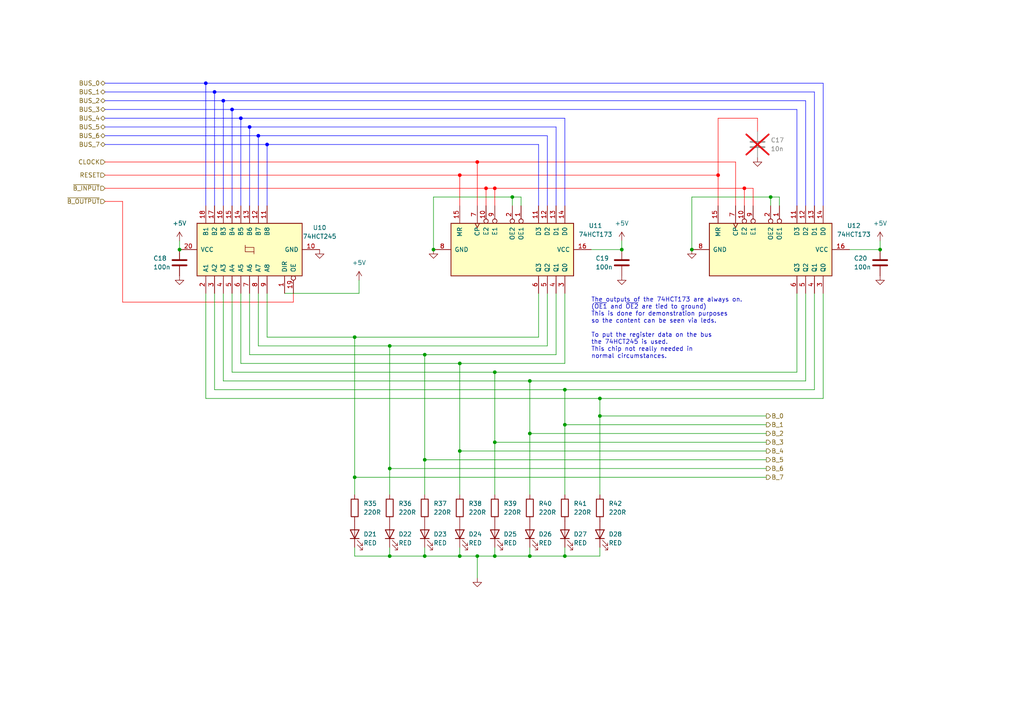
<source format=kicad_sch>
(kicad_sch (version 20230121) (generator eeschema)
  (paper "A4")
  (title_block (title "8-bit CPU") (date "2023-11-28") (rev "1.0") (company "TBR Designs"))
  (lib_symbols
    (symbol "01_my_library:74HCT245" (pin_names (offset 1.016))
      (property "Reference" "U" (at -7.62 16.51 0))
      (property "Value" "74HCT245" (at -7.62 -17.78 0))
      (symbol "74HCT245_1_0"
        (polyline (pts (xy -0.635 -1.27) (xy -0.635 1.27) (xy 0.635 1.27)))
        (polyline (pts (xy -1.27 -1.27) (xy 0.635 -1.27) (xy 0.635 1.27) (xy 1.27 1.27)))
        (pin input line (at -12.7 -10.16 0) (length 5.08) (name "DIR") (number "1"))
        (pin power_in line (at 0 -20.32 90) (length 5.08) (name "GND") (number "10"))
        (pin tri_state line (at 12.7 -5.08 180) (length 5.08) (name "B8") (number "11"))
        (pin tri_state line (at 12.7 -2.54 180) (length 5.08) (name "B7") (number "12"))
        (pin tri_state line (at 12.7 0 180) (length 5.08) (name "B6") (number "13"))
        (pin tri_state line (at 12.7 2.54 180) (length 5.08) (name "B5") (number "14"))
        (pin tri_state line (at 12.7 5.08 180) (length 5.08) (name "B4") (number "15"))
        (pin tri_state line (at 12.7 7.62 180) (length 5.08) (name "B3") (number "16"))
        (pin tri_state line (at 12.7 10.16 180) (length 5.08) (name "B2") (number "17"))
        (pin tri_state line (at 12.7 12.7 180) (length 5.08) (name "B1") (number "18"))
        (pin input inverted (at -12.7 -12.7 0) (length 5.08) (name "OE") (number "19"))
        (pin tri_state line (at -12.7 12.7 0) (length 5.08) (name "A1") (number "2"))
        (pin power_in line (at 0 20.32 270) (length 5.08) (name "VCC") (number "20"))
        (pin tri_state line (at -12.7 10.16 0) (length 5.08) (name "A2") (number "3"))
        (pin tri_state line (at -12.7 7.62 0) (length 5.08) (name "A3") (number "4"))
        (pin tri_state line (at -12.7 5.08 0) (length 5.08) (name "A4") (number "5"))
        (pin tri_state line (at -12.7 2.54 0) (length 5.08) (name "A5") (number "6"))
        (pin tri_state line (at -12.7 0 0) (length 5.08) (name "A6") (number "7"))
        (pin tri_state line (at -12.7 -2.54 0) (length 5.08) (name "A7") (number "8"))
        (pin tri_state line (at -12.7 -5.08 0) (length 5.08) (name "A8") (number "9"))
      )
      (symbol "74HCT245_1_1"
        (rectangle (start -7.62 15.24) (end 7.62 -15.24) (stroke (width 0.254)) (fill (type background)))
      )
    )
    (symbol "74xx:74LS173" (pin_names (offset 1.016))
      (property "Reference" "U" (at -7.62 19.05 0))
      (property "Value" "74LS173" (at -7.62 -19.05 0))
      (symbol "74LS173_1_0"
        (pin input inverted (at -12.7 2.54 0) (length 5.08) (name "OE1") (number "1"))
        (pin input inverted (at -12.7 -7.62 0) (length 5.08) (name "E2") (number "10"))
        (pin input line (at -12.7 7.62 0) (length 5.08) (name "D3") (number "11"))
        (pin input line (at -12.7 10.16 0) (length 5.08) (name "D2") (number "12"))
        (pin input line (at -12.7 12.7 0) (length 5.08) (name "D1") (number "13"))
        (pin input line (at -12.7 15.24 0) (length 5.08) (name "D0") (number "14"))
        (pin input line (at -12.7 -15.24 0) (length 5.08) (name "MR") (number "15"))
        (pin power_in line (at 0 22.86 270) (length 5.08) (name "VCC") (number "16"))
        (pin input inverted (at -12.7 0 0) (length 5.08) (name "OE2") (number "2"))
        (pin tri_state line (at 12.7 15.24 180) (length 5.08) (name "Q0") (number "3"))
        (pin tri_state line (at 12.7 12.7 180) (length 5.08) (name "Q1") (number "4"))
        (pin tri_state line (at 12.7 10.16 180) (length 5.08) (name "Q2") (number "5"))
        (pin tri_state line (at 12.7 7.62 180) (length 5.08) (name "Q3") (number "6"))
        (pin input clock (at -12.7 -10.16 0) (length 5.08) (name "CP") (number "7"))
        (pin power_in line (at 0 -22.86 90) (length 5.08) (name "GND") (number "8"))
        (pin input inverted (at -12.7 -5.08 0) (length 5.08) (name "E1") (number "9"))
      )
      (symbol "74LS173_1_1"
        (rectangle (start -7.62 17.78) (end 7.62 -17.78) (stroke (width 0.254)) (fill (type background)))
      )
    )
    (symbol "Device:C" (pin_numbers hide) (pin_names (offset 0.254))
      (property "Reference" "C" (at 0.635 2.54 0))
      (property "Value" "C" (at 0.635 -2.54 0))
      (symbol "C_0_1"
        (polyline (pts (xy -2.032 -0.762) (xy 2.032 -0.762)) (stroke (width 0.508)))
        (polyline (pts (xy -2.032 0.762) (xy 2.032 0.762)) (stroke (width 0.508)))
      )
      (symbol "C_1_1"
        (pin passive line (at 0 3.81 270) (length 2.794) (name "~") (number "1"))
        (pin passive line (at 0 -3.81 90) (length 2.794) (name "~") (number "2"))
      )
    )
    (symbol "Device:LED" (pin_numbers hide) (pin_names (offset 1.016) hide)
      (property "Reference" "D" (at 0 2.54 0))
      (property "Value" "LED" (at 0 -2.54 0))
      (symbol "LED_0_1"
        (polyline (pts (xy -1.27 -1.27) (xy -1.27 1.27)) (stroke (width 0.254)))
        (polyline (pts (xy -1.27 0) (xy 1.27 0)))
        (polyline (pts (xy 1.27 -1.27) (xy 1.27 1.27) (xy -1.27 0) (xy 1.27 -1.27)) (stroke (width 0.254)))
        (polyline (pts (xy -3.048 -0.762) (xy -4.572 -2.286) (xy -3.81 -2.286) (xy -4.572 -2.286) (xy -4.572 -1.524)))
        (polyline (pts (xy -1.778 -0.762) (xy -3.302 -2.286) (xy -2.54 -2.286) (xy -3.302 -2.286) (xy -3.302 -1.524)))
      )
      (symbol "LED_1_1"
        (pin passive line (at -3.81 0 0) (length 2.54) (name "K") (number "1"))
        (pin passive line (at 3.81 0 180) (length 2.54) (name "A") (number "2"))
      )
    )
    (symbol "Device:R" (pin_numbers hide) (pin_names (offset 0))
      (property "Reference" "R" (at 2.032 0 90))
      (property "Value" "R" (at 0 0 90))
      (symbol "R_0_1"
        (rectangle (start -1.016 -2.54) (end 1.016 2.54) (stroke (width 0.254)))
      )
      (symbol "R_1_1"
        (pin passive line (at 0 3.81 270) (length 1.27) (name "~") (number "1"))
        (pin passive line (at 0 -3.81 90) (length 1.27) (name "~") (number "2"))
      )
    )
    (symbol "power:+5V" (power) (pin_names (offset 0))
      (property "Value" "+5V" (at 0 3.556 0))
      (symbol "+5V_0_1"
        (polyline (pts (xy -0.762 1.27) (xy 0 2.54)))
        (polyline (pts (xy 0 0) (xy 0 2.54)))
        (polyline (pts (xy 0 2.54) (xy 0.762 1.27)))
      )
      (symbol "+5V_1_1"
        (pin power_in line (at 0 0 90) (length 0) hide (name "+5V") (number "1"))
      )
    )
    (symbol "power:GND" (power) (pin_names (offset 0))
      (property "Value" "GND" (at 0 -3.81 0))
      (symbol "GND_0_1"
        (polyline (pts (xy 0 0) (xy 0 -1.27) (xy 1.27 -1.27) (xy 0 -2.54) (xy -1.27 -1.27) (xy 0 -1.27)))
      )
      (symbol "GND_1_1"
        (pin power_in line (at 0 0 270) (length 0) hide (name "GND") (number "1"))
      )
    )
  )
  (junction (at 113.03 135.89))
  (junction (at 173.99 120.65))
  (junction (at 173.99 115.57))
  (junction (at 123.19 133.35))
  (junction (at 223.52 57.15))
  (junction (at 133.35 50.8) (color 255 0 0 1))
  (junction (at 140.97 54.61) (color 255 0 0 1))
  (junction (at 138.43 161.29))
  (junction (at 69.85 34.29) (color 0 0 255 1))
  (junction (at 215.9 54.61) (color 255 0 0 1))
  (junction (at 143.51 54.61) (color 255 0 0 1))
  (junction (at 163.83 161.29))
  (junction (at 133.35 161.29))
  (junction (at 123.19 102.87))
  (junction (at 163.83 113.03))
  (junction (at 62.23 26.67) (color 0 0 255 1))
  (junction (at 59.69 24.13) (color 0 0 255 1))
  (junction (at 67.31 31.75) (color 0 0 255 1))
  (junction (at 153.67 110.49))
  (junction (at 125.73 72.39))
  (junction (at 123.19 161.29))
  (junction (at 163.83 123.19))
  (junction (at 208.28 50.8) (color 255 0 0 1))
  (junction (at 180.34 72.39))
  (junction (at 133.35 130.81))
  (junction (at 64.77 29.21) (color 0 0 255 1))
  (junction (at 113.03 161.29))
  (junction (at 153.67 125.73))
  (junction (at 200.66 72.39))
  (junction (at 148.59 57.15))
  (junction (at 143.51 128.27))
  (junction (at 143.51 161.29))
  (junction (at 102.87 97.79))
  (junction (at 52.07 72.39))
  (junction (at 138.43 46.99) (color 255 0 0 1))
  (junction (at 72.39 36.83) (color 0 0 255 1))
  (junction (at 77.47 41.91) (color 0 0 255 1))
  (junction (at 102.87 138.43))
  (junction (at 74.93 39.37) (color 0 0 255 1))
  (junction (at 255.27 72.39))
  (junction (at 113.03 100.33))
  (junction (at 133.35 105.41))
  (junction (at 143.51 107.95))
  (junction (at 153.67 161.29))
  (wire (pts (xy 173.99 120.65) (xy 173.99 143.51)))
  (wire (pts (xy 143.51 161.29) (xy 153.67 161.29)))
  (wire (pts (xy 148.59 57.15) (xy 125.73 57.15)))
  (wire (pts (xy 223.52 59.69) (xy 223.52 57.15)))
  (wire (pts (xy 200.66 57.15) (xy 200.66 72.39)))
  (wire (pts (xy 236.22 59.69) (xy 236.22 26.67)) (stroke (width 0) (color 0 0 255 1)))
  (wire (pts (xy 102.87 97.79) (xy 102.87 138.43)))
  (wire (pts (xy 77.47 97.79) (xy 102.87 97.79)))
  (wire (pts (xy 208.28 50.8) (xy 133.35 50.8)) (stroke (width 0) (color 255 0 0 1)))
  (wire (pts (xy 123.19 133.35) (xy 123.19 143.51)))
  (wire (pts (xy 59.69 24.13) (xy 59.69 59.69)) (stroke (width 0) (color 0 0 255 1)))
  (wire (pts (xy 163.83 123.19) (xy 222.25 123.19)))
  (wire (pts (xy 59.69 115.57) (xy 173.99 115.57)))
  (wire (pts (xy 223.52 57.15) (xy 200.66 57.15)))
  (wire (pts (xy 226.06 59.69) (xy 226.06 57.15)))
  (wire (pts (xy 133.35 105.41) (xy 133.35 130.81)))
  (wire (pts (xy 163.83 161.29) (xy 173.99 161.29)))
  (wire (pts (xy 30.48 39.37) (xy 74.93 39.37)) (stroke (width 0) (color 0 0 255 1)))
  (wire (pts (xy 236.22 26.67) (xy 62.23 26.67)) (stroke (width 0) (color 0 0 255 1)))
  (wire (pts (xy 30.48 46.99) (xy 138.43 46.99)) (stroke (width 0) (color 255 0 0 1)))
  (wire (pts (xy 140.97 54.61) (xy 30.48 54.61)) (stroke (width 0) (color 255 0 0 1)))
  (wire (pts (xy 173.99 161.29) (xy 173.99 158.75)))
  (wire (pts (xy 143.51 161.29) (xy 143.51 158.75)))
  (wire (pts (xy 74.93 85.09) (xy 74.93 100.33)))
  (wire (pts (xy 153.67 110.49) (xy 233.68 110.49)))
  (wire (pts (xy 171.45 72.39) (xy 180.34 72.39)))
  (wire (pts (xy 30.48 36.83) (xy 72.39 36.83)) (stroke (width 0) (color 0 0 255 1)))
  (wire (pts (xy 231.14 59.69) (xy 231.14 31.75)) (stroke (width 0) (color 0 0 255 1)))
  (wire (pts (xy 231.14 31.75) (xy 67.31 31.75)) (stroke (width 0) (color 0 0 255 1)))
  (wire (pts (xy 30.48 29.21) (xy 64.77 29.21)) (stroke (width 0) (color 0 0 255 1)))
  (wire (pts (xy 138.43 46.99) (xy 138.43 59.69)) (stroke (width 0) (color 255 0 0 1)))
  (wire (pts (xy 158.75 100.33) (xy 158.75 85.09)))
  (wire (pts (xy 72.39 36.83) (xy 72.39 59.69)) (stroke (width 0) (color 0 0 255 1)))
  (wire (pts (xy 213.36 59.69) (xy 213.36 46.99)) (stroke (width 0) (color 255 0 0 1)))
  (wire (pts (xy 213.36 46.99) (xy 138.43 46.99)) (stroke (width 0) (color 255 0 0 1)))
  (wire (pts (xy 156.21 59.69) (xy 156.21 41.91)) (stroke (width 0) (color 0 0 255 1)))
  (wire (pts (xy 35.56 87.63) (xy 85.09 87.63)) (stroke (width 0) (color 255 0 0 1)))
  (wire (pts (xy 113.03 161.29) (xy 113.03 158.75)))
  (wire (pts (xy 113.03 135.89) (xy 113.03 143.51)))
  (wire (pts (xy 143.51 59.69) (xy 143.51 54.61)) (stroke (width 0) (color 255 0 0 1)))
  (wire (pts (xy 74.93 100.33) (xy 113.03 100.33)))
  (wire (pts (xy 208.28 59.69) (xy 208.28 50.8)) (stroke (width 0) (color 255 0 0 1)))
  (wire (pts (xy 30.48 31.75) (xy 67.31 31.75)) (stroke (width 0) (color 0 0 255 1)))
  (wire (pts (xy 161.29 36.83) (xy 72.39 36.83)) (stroke (width 0) (color 0 0 255 1)))
  (wire (pts (xy 62.23 113.03) (xy 163.83 113.03)))
  (wire (pts (xy 133.35 130.81) (xy 133.35 143.51)))
  (wire (pts (xy 140.97 59.69) (xy 140.97 54.61)) (stroke (width 0) (color 255 0 0 1)))
  (wire (pts (xy 153.67 161.29) (xy 153.67 158.75)))
  (wire (pts (xy 138.43 167.64) (xy 138.43 161.29)))
  (wire (pts (xy 208.28 34.29) (xy 219.71 34.29)) (stroke (width 0) (color 255 0 0 1)))
  (wire (pts (xy 218.44 54.61) (xy 215.9 54.61)) (stroke (width 0) (color 255 0 0 1)))
  (wire (pts (xy 102.87 161.29) (xy 102.87 158.75)))
  (wire (pts (xy 74.93 39.37) (xy 74.93 59.69)) (stroke (width 0) (color 0 0 255 1)))
  (wire (pts (xy 163.83 59.69) (xy 163.83 34.29)) (stroke (width 0) (color 0 0 255 1)))
  (wire (pts (xy 133.35 50.8) (xy 133.35 59.69)) (stroke (width 0) (color 255 0 0 1)))
  (wire (pts (xy 148.59 59.69) (xy 148.59 57.15)))
  (wire (pts (xy 153.67 161.29) (xy 163.83 161.29)))
  (wire (pts (xy 156.21 97.79) (xy 156.21 85.09)))
  (wire (pts (xy 102.87 97.79) (xy 156.21 97.79)))
  (wire (pts (xy 35.56 58.42) (xy 35.56 87.63)) (stroke (width 0) (color 255 0 0 1)))
  (wire (pts (xy 123.19 102.87) (xy 123.19 133.35)))
  (wire (pts (xy 143.51 54.61) (xy 140.97 54.61)) (stroke (width 0) (color 255 0 0 1)))
  (wire (pts (xy 85.09 87.63) (xy 85.09 85.09)) (stroke (width 0) (color 255 0 0 1)))
  (wire (pts (xy 64.77 85.09) (xy 64.77 110.49)))
  (wire (pts (xy 102.87 161.29) (xy 113.03 161.29)))
  (wire (pts (xy 123.19 161.29) (xy 133.35 161.29)))
  (wire (pts (xy 246.38 72.39) (xy 255.27 72.39)))
  (wire (pts (xy 30.48 41.91) (xy 77.47 41.91)) (stroke (width 0) (color 0 0 255 1)))
  (wire (pts (xy 151.13 57.15) (xy 148.59 57.15)))
  (wire (pts (xy 67.31 107.95) (xy 143.51 107.95)))
  (wire (pts (xy 77.47 85.09) (xy 77.47 97.79)))
  (wire (pts (xy 113.03 100.33) (xy 158.75 100.33)))
  (wire (pts (xy 64.77 110.49) (xy 153.67 110.49)))
  (wire (pts (xy 233.68 110.49) (xy 233.68 85.09)))
  (wire (pts (xy 158.75 59.69) (xy 158.75 39.37)) (stroke (width 0) (color 0 0 255 1)))
  (wire (pts (xy 113.03 135.89) (xy 222.25 135.89)))
  (wire (pts (xy 82.55 85.09) (xy 104.14 85.09)))
  (wire (pts (xy 102.87 138.43) (xy 102.87 143.51)))
  (wire (pts (xy 208.28 50.8) (xy 208.28 34.29)) (stroke (width 0) (color 255 0 0 1)))
  (wire (pts (xy 59.69 85.09) (xy 59.69 115.57)))
  (wire (pts (xy 52.07 69.85) (xy 52.07 72.39)))
  (wire (pts (xy 125.73 57.15) (xy 125.73 72.39)))
  (wire (pts (xy 77.47 41.91) (xy 77.47 59.69)) (stroke (width 0) (color 0 0 255 1)))
  (wire (pts (xy 123.19 161.29) (xy 123.19 158.75)))
  (wire (pts (xy 163.83 34.29) (xy 69.85 34.29)) (stroke (width 0) (color 0 0 255 1)))
  (wire (pts (xy 30.48 34.29) (xy 69.85 34.29)) (stroke (width 0) (color 0 0 255 1)))
  (wire (pts (xy 156.21 41.91) (xy 77.47 41.91)) (stroke (width 0) (color 0 0 255 1)))
  (wire (pts (xy 123.19 133.35) (xy 222.25 133.35)))
  (wire (pts (xy 153.67 125.73) (xy 222.25 125.73)))
  (wire (pts (xy 222.25 120.65) (xy 173.99 120.65)))
  (wire (pts (xy 163.83 113.03) (xy 163.83 123.19)))
  (wire (pts (xy 163.83 113.03) (xy 236.22 113.03)))
  (wire (pts (xy 238.76 24.13) (xy 59.69 24.13)) (stroke (width 0) (color 0 0 255 1)))
  (wire (pts (xy 143.51 107.95) (xy 231.14 107.95)))
  (wire (pts (xy 161.29 59.69) (xy 161.29 36.83)) (stroke (width 0) (color 0 0 255 1)))
  (wire (pts (xy 143.51 128.27) (xy 222.25 128.27)))
  (wire (pts (xy 62.23 26.67) (xy 62.23 59.69)) (stroke (width 0) (color 0 0 255 1)))
  (wire (pts (xy 143.51 107.95) (xy 143.51 128.27)))
  (wire (pts (xy 231.14 107.95) (xy 231.14 85.09)))
  (wire (pts (xy 163.83 123.19) (xy 163.83 143.51)))
  (wire (pts (xy 180.34 69.85) (xy 180.34 72.39)))
  (wire (pts (xy 219.71 34.29) (xy 219.71 38.1)) (stroke (width 0) (color 255 0 0 1)))
  (wire (pts (xy 153.67 125.73) (xy 153.67 143.51)))
  (wire (pts (xy 163.83 105.41) (xy 163.83 85.09)))
  (wire (pts (xy 133.35 130.81) (xy 222.25 130.81)))
  (wire (pts (xy 238.76 59.69) (xy 238.76 24.13)) (stroke (width 0) (color 0 0 255 1)))
  (wire (pts (xy 158.75 39.37) (xy 74.93 39.37)) (stroke (width 0) (color 0 0 255 1)))
  (wire (pts (xy 133.35 105.41) (xy 163.83 105.41)))
  (wire (pts (xy 102.87 138.43) (xy 222.25 138.43)))
  (wire (pts (xy 30.48 26.67) (xy 62.23 26.67)) (stroke (width 0) (color 0 0 255 1)))
  (wire (pts (xy 72.39 102.87) (xy 123.19 102.87)))
  (wire (pts (xy 69.85 85.09) (xy 69.85 105.41)))
  (wire (pts (xy 69.85 105.41) (xy 133.35 105.41)))
  (wire (pts (xy 233.68 29.21) (xy 64.77 29.21)) (stroke (width 0) (color 0 0 255 1)))
  (wire (pts (xy 226.06 57.15) (xy 223.52 57.15)))
  (wire (pts (xy 30.48 24.13) (xy 59.69 24.13)) (stroke (width 0) (color 0 0 255 1)))
  (wire (pts (xy 173.99 115.57) (xy 238.76 115.57)))
  (wire (pts (xy 64.77 29.21) (xy 64.77 59.69)) (stroke (width 0) (color 0 0 255 1)))
  (wire (pts (xy 72.39 85.09) (xy 72.39 102.87)))
  (wire (pts (xy 69.85 34.29) (xy 69.85 59.69)) (stroke (width 0) (color 0 0 255 1)))
  (wire (pts (xy 67.31 85.09) (xy 67.31 107.95)))
  (wire (pts (xy 67.31 31.75) (xy 67.31 59.69)) (stroke (width 0) (color 0 0 255 1)))
  (wire (pts (xy 133.35 161.29) (xy 138.43 161.29)))
  (wire (pts (xy 173.99 115.57) (xy 173.99 120.65)))
  (wire (pts (xy 30.48 58.42) (xy 35.56 58.42)) (stroke (width 0) (color 255 0 0 1)))
  (wire (pts (xy 138.43 161.29) (xy 143.51 161.29)))
  (wire (pts (xy 143.51 128.27) (xy 143.51 143.51)))
  (wire (pts (xy 233.68 59.69) (xy 233.68 29.21)) (stroke (width 0) (color 0 0 255 1)))
  (wire (pts (xy 151.13 59.69) (xy 151.13 57.15)))
  (wire (pts (xy 30.48 50.8) (xy 133.35 50.8)) (stroke (width 0) (color 255 0 0 1)))
  (wire (pts (xy 163.83 161.29) (xy 163.83 158.75)))
  (wire (pts (xy 218.44 59.69) (xy 218.44 54.61)) (stroke (width 0) (color 255 0 0 1)))
  (wire (pts (xy 161.29 102.87) (xy 161.29 85.09)))
  (wire (pts (xy 113.03 161.29) (xy 123.19 161.29)))
  (wire (pts (xy 113.03 100.33) (xy 113.03 135.89)))
  (wire (pts (xy 215.9 59.69) (xy 215.9 54.61)) (stroke (width 0) (color 255 0 0 1)))
  (wire (pts (xy 238.76 85.09) (xy 238.76 115.57)))
  (wire (pts (xy 104.14 85.09) (xy 104.14 81.28)))
  (wire (pts (xy 215.9 54.61) (xy 143.51 54.61)) (stroke (width 0) (color 255 0 0 1)))
  (wire (pts (xy 153.67 110.49) (xy 153.67 125.73)))
  (wire (pts (xy 255.27 69.85) (xy 255.27 72.39)))
  (wire (pts (xy 62.23 85.09) (xy 62.23 113.03)))
  (wire (pts (xy 133.35 161.29) (xy 133.35 158.75)))
  (wire (pts (xy 236.22 113.03) (xy 236.22 85.09)))
  (wire (pts (xy 123.19 102.87) (xy 161.29 102.87)))
  (text "The outputs of the 74HCT173 are always on.\n(~{OE1} and ~{OE2} are tied to ground)\nThis is done for demonstration purposes\nso the content can be seen via leds.\n\nTo put the register data on the bus\nthe 74HCT245 is used.\nThis chip not really needed in\nnormal circumstances." (at 171.45 104.14 0) (effects (font (size 1.27 1.27)) (justify left bottom)))
  (hierarchical_label "BUS_4" (shape bidirectional) (at 30.48 34.29 180))
  (hierarchical_label "BUS_3" (shape bidirectional) (at 30.48 31.75 180))
  (hierarchical_label "CLOCK" (shape input) (at 30.48 46.99 180))
  (hierarchical_label "BUS_7" (shape bidirectional) (at 30.48 41.91 180))
  (hierarchical_label "BUS_1" (shape bidirectional) (at 30.48 26.67 180))
  (hierarchical_label "BUS_6" (shape bidirectional) (at 30.48 39.37 180))
  (hierarchical_label "BUS_5" (shape bidirectional) (at 30.48 36.83 180))
  (hierarchical_label "B_4" (shape output) (at 222.25 130.81 0))
  (hierarchical_label "~{B_INPUT}" (shape input) (at 30.48 54.61 180))
  (hierarchical_label "~{B_OUTPUT}" (shape input) (at 30.48 58.42 180))
  (hierarchical_label "B_1" (shape output) (at 222.25 123.19 0))
  (hierarchical_label "B_2" (shape output) (at 222.25 125.73 0))
  (hierarchical_label "B_3" (shape output) (at 222.25 128.27 0))
  (hierarchical_label "B_5" (shape output) (at 222.25 133.35 0))
  (hierarchical_label "BUS_2" (shape bidirectional) (at 30.48 29.21 180))
  (hierarchical_label "B_0" (shape output) (at 222.25 120.65 0))
  (hierarchical_label "B_6" (shape output) (at 222.25 135.89 0))
  (hierarchical_label "B_7" (shape output) (at 222.25 138.43 0))
  (hierarchical_label "BUS_0" (shape bidirectional) (at 30.48 24.13 180))
  (hierarchical_label "RESET" (shape input) (at 30.48 50.8 180))
  (symbol (lib_id "power:GND") (at 200.66 72.39 0) (unit 1)
    (property "Reference" "#PWR056" (effects hide))
    (property "Value" "GND" (effects hide))
  )
  (symbol (lib_id "power:GND") (at 92.71 72.39 0) (unit 1)
    (property "Reference" "#PWR054" (effects hide))
    (property "Value" "GND" (effects hide))
  )
  (symbol (lib_id "Device:LED") (at 143.51 154.94 90) (unit 1)
    (property "Reference" "D25" (at 146.05 154.94 90) (effects (justify right)))
    (property "Value" "RED" (at 146.05 157.48 90) (effects (justify right)))
    (property "Footprint" "01_my_library:LED_D5.0mm" (effects hide))
  )
  (symbol (lib_id "Device:LED") (at 133.35 154.94 90) (unit 1)
    (property "Reference" "D24" (at 135.89 154.94 90) (effects (justify right)))
    (property "Value" "RED" (at 135.89 157.48 90) (effects (justify right)))
    (property "Footprint" "01_my_library:LED_D5.0mm" (effects hide))
  )
  (symbol (lib_id "power:GND") (at 180.34 80.01 0) (unit 1)
    (property "Reference" "#PWR058" (effects hide))
    (property "Value" "GND" (effects hide))
  )
  (symbol (lib_id "Device:C") (at 219.71 41.91 0) (unit 1) (dnp yes)
    (property "Reference" "C17" (at 223.52 40.64 0) (effects (justify left)))
    (property "Value" "10n" (at 223.52 43.18 0) (effects (justify left)))
    (property "Footprint" "01_my_library:C_Disc_D4.0mm_W2.6mm_P2.50mm" (effects hide))
  )
  (symbol (lib_id "Device:C") (at 180.34 76.2 0) (unit 1)
    (property "Reference" "C19" (at 172.72 74.93 0) (effects (justify left)))
    (property "Value" "100n" (at 172.72 77.47 0) (effects (justify left)))
    (property "Footprint" "01_my_library:C_Disc_D4.0mm_W2.6mm_P2.50mm" (effects hide))
  )
  (symbol (lib_id "Device:LED") (at 102.87 154.94 90) (unit 1)
    (property "Reference" "D21" (at 105.41 154.94 90) (effects (justify right)))
    (property "Value" "RED" (at 105.41 157.48 90) (effects (justify right)))
    (property "Footprint" "01_my_library:LED_D5.0mm" (effects hide))
  )
  (symbol (lib_id "Device:R") (at 102.87 147.32 0) (unit 1)
    (property "Reference" "R35" (at 105.41 146.05 0) (effects (justify left)))
    (property "Value" "220R" (at 105.41 148.59 0) (effects (justify left)))
    (property "Footprint" "Resistor_THT:R_Axial_DIN0204_L3.6mm_D1.6mm_P7.62mm_Horizontal" (effects hide))
  )
  (symbol (lib_id "Device:LED") (at 123.19 154.94 90) (unit 1)
    (property "Reference" "D23" (at 125.73 154.94 90) (effects (justify right)))
    (property "Value" "RED" (at 125.73 157.48 90) (effects (justify right)))
    (property "Footprint" "01_my_library:LED_D5.0mm" (effects hide))
  )
  (symbol (lib_id "Device:C") (at 52.07 76.2 0) (unit 1)
    (property "Reference" "C18" (at 44.45 74.93 0) (effects (justify left)))
    (property "Value" "100n" (at 44.45 77.47 0) (effects (justify left)))
    (property "Footprint" "01_my_library:C_Disc_D4.0mm_W2.6mm_P2.50mm" (effects hide))
  )
  (symbol (lib_id "Device:R") (at 143.51 147.32 0) (unit 1)
    (property "Reference" "R39" (at 146.05 146.05 0) (effects (justify left)))
    (property "Value" "220R" (at 146.05 148.59 0) (effects (justify left)))
    (property "Footprint" "Resistor_THT:R_Axial_DIN0204_L3.6mm_D1.6mm_P7.62mm_Horizontal" (effects hide))
  )
  (symbol (lib_id "Device:R") (at 153.67 147.32 0) (unit 1)
    (property "Reference" "R40" (at 156.21 146.05 0) (effects (justify left)))
    (property "Value" "220R" (at 156.21 148.59 0) (effects (justify left)))
    (property "Footprint" "Resistor_THT:R_Axial_DIN0204_L3.6mm_D1.6mm_P7.62mm_Horizontal" (effects hide))
  )
  (symbol (lib_id "power:+5V") (at 180.34 69.85 0) (unit 1)
    (property "Reference" "#PWR052" (effects hide))
    (property "Value" "+5V" (at 180.34 64.77 0))
  )
  (symbol (lib_id "Device:C") (at 255.27 76.2 0) (unit 1)
    (property "Reference" "C20" (at 247.65 74.93 0) (effects (justify left)))
    (property "Value" "100n" (at 247.65 77.47 0) (effects (justify left)))
    (property "Footprint" "01_my_library:C_Disc_D4.0mm_W2.6mm_P2.50mm" (effects hide))
  )
  (symbol (lib_id "Device:R") (at 123.19 147.32 0) (unit 1)
    (property "Reference" "R37" (at 125.73 146.05 0) (effects (justify left)))
    (property "Value" "220R" (at 125.73 148.59 0) (effects (justify left)))
    (property "Footprint" "Resistor_THT:R_Axial_DIN0204_L3.6mm_D1.6mm_P7.62mm_Horizontal" (effects hide))
  )
  (symbol (lib_id "Device:LED") (at 173.99 154.94 90) (unit 1)
    (property "Reference" "D28" (at 176.53 154.94 90) (effects (justify right)))
    (property "Value" "RED" (at 176.53 157.48 90) (effects (justify right)))
    (property "Footprint" "01_my_library:LED_D5.0mm" (effects hide))
  )
  (symbol (lib_id "Device:R") (at 133.35 147.32 0) (unit 1)
    (property "Reference" "R38" (at 135.89 146.05 0) (effects (justify left)))
    (property "Value" "220R" (at 135.89 148.59 0) (effects (justify left)))
    (property "Footprint" "Resistor_THT:R_Axial_DIN0204_L3.6mm_D1.6mm_P7.62mm_Horizontal" (effects hide))
  )
  (symbol (lib_id "Device:LED") (at 113.03 154.94 90) (unit 1)
    (property "Reference" "D22" (at 115.57 154.94 90) (effects (justify right)))
    (property "Value" "RED" (at 115.57 157.48 90) (effects (justify right)))
    (property "Footprint" "01_my_library:LED_D5.0mm" (effects hide))
  )
  (symbol (lib_id "Device:LED") (at 153.67 154.94 90) (unit 1)
    (property "Reference" "D26" (at 156.21 154.94 90) (effects (justify right)))
    (property "Value" "RED" (at 156.21 157.48 90) (effects (justify right)))
    (property "Footprint" "01_my_library:LED_D5.0mm" (effects hide))
  )
  (symbol (lib_id "Device:LED") (at 163.83 154.94 90) (unit 1)
    (property "Reference" "D27" (at 166.37 154.94 90) (effects (justify right)))
    (property "Value" "RED" (at 166.37 157.48 90) (effects (justify right)))
    (property "Footprint" "01_my_library:LED_D5.0mm" (effects hide))
  )
  (symbol (lib_id "Device:R") (at 163.83 147.32 0) (unit 1)
    (property "Reference" "R41" (at 166.37 146.05 0) (effects (justify left)))
    (property "Value" "220R" (at 166.37 148.59 0) (effects (justify left)))
    (property "Footprint" "Resistor_THT:R_Axial_DIN0204_L3.6mm_D1.6mm_P7.62mm_Horizontal" (effects hide))
  )
  (symbol (lib_id "01_my_library:74HCT245") (at 72.39 72.39 90) (unit 1)
    (property "Reference" "U10" (at 92.71 66.04 90))
    (property "Value" "74HCT245" (at 92.71 68.58 90))
    (property "Footprint" "Package_DIP:DIP-20_W7.62mm" (effects hide))
    (property "Datasheet" "https://www.ti.com/lit/ds/symlink/sn74hct245.pdf?ts=1702763405638&ref_url=https%253A%252F%252Fwww.google.com%252F" (effects hide))
  )
  (symbol (lib_id "power:GND") (at 125.73 72.39 0) (unit 1)
    (property "Reference" "#PWR055" (effects hide))
    (property "Value" "GND" (effects hide))
  )
  (symbol (lib_id "power:GND") (at 255.27 80.01 0) (unit 1)
    (property "Reference" "#PWR059" (effects hide))
    (property "Value" "GND" (effects hide))
  )
  (symbol (lib_id "power:+5V") (at 104.14 81.28 0) (unit 1)
    (property "Reference" "#PWR060" (effects hide))
    (property "Value" "+5V" (at 104.14 76.2 0))
  )
  (symbol (lib_id "74xx:74LS173") (at 148.59 72.39 270) (unit 1)
    (property "Reference" "U11" (at 172.72 65.4619 90))
    (property "Value" "74HCT173" (at 172.72 68.0019 90))
    (property "Footprint" "Package_DIP:DIP-16_W7.62mm" (effects hide))
    (property "Datasheet" "http://www.ti.com/lit/gpn/sn74LS173" (effects hide))
  )
  (symbol (lib_id "power:+5V") (at 255.27 69.85 0) (unit 1)
    (property "Reference" "#PWR053" (effects hide))
    (property "Value" "+5V" (at 255.27 64.77 0))
  )
  (symbol (lib_id "Device:R") (at 113.03 147.32 0) (unit 1)
    (property "Reference" "R36" (at 115.57 146.05 0) (effects (justify left)))
    (property "Value" "220R" (at 115.57 148.59 0) (effects (justify left)))
    (property "Footprint" "Resistor_THT:R_Axial_DIN0204_L3.6mm_D1.6mm_P7.62mm_Horizontal" (effects hide))
  )
  (symbol (lib_id "74xx:74LS173") (at 223.52 72.39 270) (unit 1)
    (property "Reference" "U12" (at 247.65 65.4619 90))
    (property "Value" "74HCT173" (at 247.65 68.0019 90))
    (property "Footprint" "Package_DIP:DIP-16_W7.62mm" (effects hide))
    (property "Datasheet" "http://www.ti.com/lit/gpn/sn74LS173" (effects hide))
  )
  (symbol (lib_id "power:+5V") (at 52.07 69.85 0) (unit 1)
    (property "Reference" "#PWR051" (effects hide))
    (property "Value" "+5V" (at 52.07 64.77 0))
  )
  (symbol (lib_id "power:GND") (at 52.07 80.01 0) (unit 1)
    (property "Reference" "#PWR057" (effects hide))
    (property "Value" "GND" (effects hide))
  )
  (symbol (lib_id "Device:R") (at 173.99 147.32 0) (unit 1)
    (property "Reference" "R42" (at 176.53 146.05 0) (effects (justify left)))
    (property "Value" "220R" (at 176.53 148.59 0) (effects (justify left)))
    (property "Footprint" "Resistor_THT:R_Axial_DIN0204_L3.6mm_D1.6mm_P7.62mm_Horizontal" (effects hide))
  )
  (symbol (lib_id "power:GND") (at 138.43 167.64 0) (unit 1)
    (property "Reference" "#PWR061" (effects hide))
    (property "Value" "GND" (effects hide))
  )
  (symbol (lib_id "power:GND") (at 219.71 45.72 0) (unit 1)
    (property "Reference" "#PWR050" (effects hide))
    (property "Value" "GND" (effects hide))
  )
)
</source>
